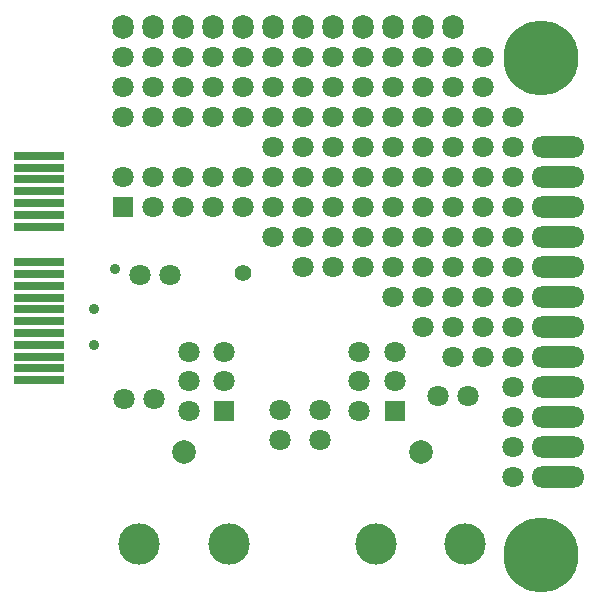
<source format=gts>
%FSLAX46Y46*%
G04 Gerber Fmt 4.6, Leading zero omitted, Abs format (unit mm)*
G04 Created by KiCad (PCBNEW (2014-08-05 BZR 5054)-product) date Sun 07 Dec 2014 10:22:46 PM PST*
%MOMM*%
G01*
G04 APERTURE LIST*
%ADD10C,0.100000*%
%ADD11C,6.350000*%
%ADD12C,3.500000*%
%ADD13C,2.000000*%
%ADD14C,1.800000*%
%ADD15R,1.800000X1.800000*%
%ADD16R,4.200000X0.700000*%
%ADD17O,4.500000X1.800000*%
%ADD18O,1.800000X2.100000*%
%ADD19C,1.397000*%
%ADD20C,0.889000*%
G04 APERTURE END LIST*
D10*
D11*
X46050000Y-3900000D03*
X46050000Y-46000000D03*
D12*
X32050000Y-45100000D03*
X39650000Y-45100000D03*
D13*
X35850000Y-37300000D03*
D12*
X12050000Y-45100000D03*
X19650000Y-45100000D03*
D13*
X15850000Y-37300000D03*
D14*
X27350000Y-36300000D03*
X27350000Y-33760000D03*
X23950000Y-36300000D03*
X23950000Y-33760000D03*
X30650000Y-33800000D03*
X30650000Y-31300000D03*
D15*
X33650000Y-33800000D03*
D14*
X30650000Y-28800000D03*
X33650000Y-28800000D03*
X33650000Y-31300000D03*
X16250000Y-33800000D03*
X16250000Y-31300000D03*
D15*
X19250000Y-33800000D03*
D14*
X16250000Y-28800000D03*
X19250000Y-28800000D03*
X19250000Y-31300000D03*
D16*
X3550000Y-31200000D03*
X3550000Y-30200000D03*
X3550000Y-29200000D03*
X3550000Y-28200000D03*
X3550000Y-27200000D03*
X3550000Y-26200000D03*
X3550000Y-25200000D03*
X3550000Y-24200000D03*
X3550000Y-23200000D03*
X3550000Y-22200000D03*
X3550000Y-21200000D03*
X3550000Y-18200000D03*
X3550000Y-17200000D03*
X3550000Y-16200000D03*
X3550000Y-15200000D03*
X3550000Y-14200000D03*
X3550000Y-13200000D03*
X3550000Y-12200000D03*
D15*
X10650000Y-16500000D03*
D14*
X13190000Y-16500000D03*
X15730000Y-16500000D03*
X18270000Y-16500000D03*
X20810000Y-16500000D03*
X23350000Y-16500000D03*
X10650000Y-13960000D03*
X13190000Y-13960000D03*
X15730000Y-13960000D03*
X18270000Y-13960000D03*
X20810000Y-13960000D03*
X23350000Y-13960000D03*
X12100000Y-22250000D03*
X14640000Y-22250000D03*
X39900000Y-32500000D03*
X37360000Y-32500000D03*
X13250000Y-32800000D03*
X10710000Y-32800000D03*
X10650000Y-8880000D03*
X10650000Y-6340000D03*
X10650000Y-3800000D03*
X13190000Y-8880000D03*
X13190000Y-6340000D03*
X13190000Y-3800000D03*
X15730000Y-8880000D03*
X15730000Y-6340000D03*
X15730000Y-3800000D03*
X18270000Y-3800000D03*
X18270000Y-6340000D03*
X18270000Y-8880000D03*
X20810000Y-8880000D03*
X23350000Y-8880000D03*
X25890000Y-8880000D03*
X28430000Y-8880000D03*
X30970000Y-8880000D03*
X33510000Y-8880000D03*
X36050000Y-8880000D03*
X38590000Y-8880000D03*
X41130000Y-8880000D03*
X41130000Y-6340000D03*
X41130000Y-3800000D03*
X38590000Y-3800000D03*
X36050000Y-3800000D03*
X33510000Y-3800000D03*
X30970000Y-3800000D03*
X28430000Y-3800000D03*
X25890000Y-3800000D03*
X23350000Y-3800000D03*
X20810000Y-3800000D03*
X25890000Y-11420000D03*
X23350000Y-11420000D03*
X20810000Y-6340000D03*
X23350000Y-6340000D03*
X25890000Y-6340000D03*
X28430000Y-6340000D03*
X30970000Y-6340000D03*
X33510000Y-6340000D03*
X36050000Y-6340000D03*
X38590000Y-6340000D03*
X28430000Y-11420000D03*
X30970000Y-11420000D03*
X33510000Y-11420000D03*
X36050000Y-11420000D03*
X38590000Y-11420000D03*
X41130000Y-11420000D03*
X41130000Y-13960000D03*
X38590000Y-13960000D03*
X36050000Y-13960000D03*
X33510000Y-13960000D03*
X30970000Y-13960000D03*
X28430000Y-13960000D03*
X25890000Y-13960000D03*
X25890000Y-16500000D03*
X28430000Y-16500000D03*
X30970000Y-16500000D03*
X33510000Y-16500000D03*
X36050000Y-16500000D03*
X38590000Y-16500000D03*
X41130000Y-16500000D03*
X41130000Y-19040000D03*
X38590000Y-19040000D03*
X36050000Y-19040000D03*
X33510000Y-19040000D03*
X30970000Y-19040000D03*
X28430000Y-19040000D03*
X25890000Y-19040000D03*
X23350000Y-19040000D03*
X43670000Y-8880000D03*
X43670000Y-11420000D03*
X43670000Y-13960000D03*
X43670000Y-16500000D03*
X43670000Y-19040000D03*
X25890000Y-21580000D03*
X28430000Y-21580000D03*
X30970000Y-21580000D03*
X33510000Y-21580000D03*
X36050000Y-21580000D03*
X38590000Y-21580000D03*
X41130000Y-21580000D03*
X43670000Y-21580000D03*
X33510000Y-24120000D03*
X36050000Y-24120000D03*
X38590000Y-24120000D03*
X41130000Y-24120000D03*
X43670000Y-24120000D03*
X36050000Y-26660000D03*
X38590000Y-26660000D03*
X41130000Y-26660000D03*
X43670000Y-26660000D03*
X38590000Y-29200000D03*
X41130000Y-29200000D03*
X43670000Y-29200000D03*
X43670000Y-31740000D03*
X43670000Y-34280000D03*
X43670000Y-36820000D03*
X43670000Y-39360000D03*
D17*
X47480000Y-39360000D03*
X47480000Y-36820000D03*
X47480000Y-34280000D03*
X47480000Y-31740000D03*
X47480000Y-29200000D03*
X47480000Y-26660000D03*
X47480000Y-24120000D03*
X47480000Y-21580000D03*
X47480000Y-19040000D03*
X47480000Y-16500000D03*
X47480000Y-13960000D03*
X47480000Y-11420000D03*
D18*
X10650000Y-1260000D03*
X13190000Y-1260000D03*
X15730000Y-1260000D03*
X18270000Y-1260000D03*
X20810000Y-1260000D03*
X23350000Y-1260000D03*
X25890000Y-1260000D03*
X28430000Y-1260000D03*
X30970000Y-1260000D03*
X33510000Y-1260000D03*
X36050000Y-1260000D03*
X38590000Y-1260000D03*
D19*
X20800000Y-22100000D03*
D20*
X9950000Y-21800000D03*
X8200000Y-28200000D03*
X8200000Y-25200000D03*
M02*

</source>
